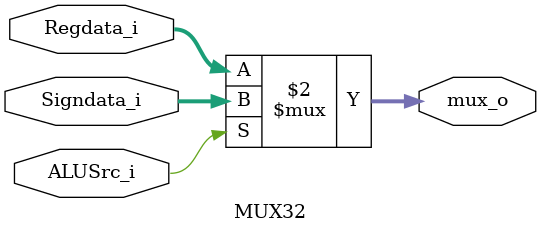
<source format=v>
module MUX32
(
    Regdata_i,
    Signdata_i,
    ALUSrc_i,
    mux_o
);

// Ports
input   [31:0]   Regdata_i;
input   [31:0]   Signdata_i;
input            ALUSrc_i;
output  [31:0]   mux_o;

assign mux_o = (ALUSrc_i == 1'b0) ? Regdata_i : Signdata_i;

endmodule
</source>
